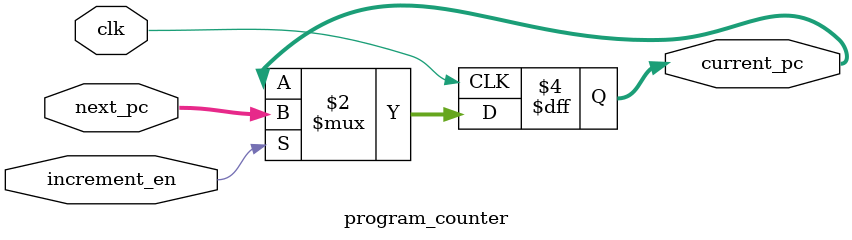
<source format=sv>
module program_counter #( 

) (
    input clk,
    input logic increment_en,
    input logic[31:0] next_pc,
    output logic[31:0] current_pc
);

    always_ff @(posedge clk) begin
        if(increment_en) begin
            current_pc <= next_pc;
        end
    end

endmodule
</source>
